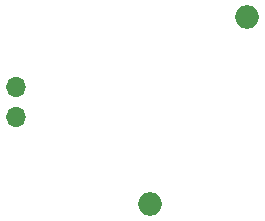
<source format=gbr>
%TF.GenerationSoftware,KiCad,Pcbnew,(6.0.9)*%
%TF.CreationDate,2024-03-30T18:15:30+01:00*%
%TF.ProjectId,HBW-IO-4-FM_Platine2,4842572d-494f-42d3-942d-464d5f506c61,rev?*%
%TF.SameCoordinates,Original*%
%TF.FileFunction,Soldermask,Bot*%
%TF.FilePolarity,Negative*%
%FSLAX46Y46*%
G04 Gerber Fmt 4.6, Leading zero omitted, Abs format (unit mm)*
G04 Created by KiCad (PCBNEW (6.0.9)) date 2024-03-30 18:15:30*
%MOMM*%
%LPD*%
G01*
G04 APERTURE LIST*
%ADD10O,1.700000X1.700000*%
%ADD11O,2.000000X2.000000*%
G04 APERTURE END LIST*
D10*
%TO.C,J1*%
X127900000Y-91660000D03*
X127900000Y-94200000D03*
%TD*%
D11*
%TO.C,ST3*%
X147400000Y-85750000D03*
%TD*%
%TO.C,ST4*%
X139200000Y-101550000D03*
%TD*%
M02*

</source>
